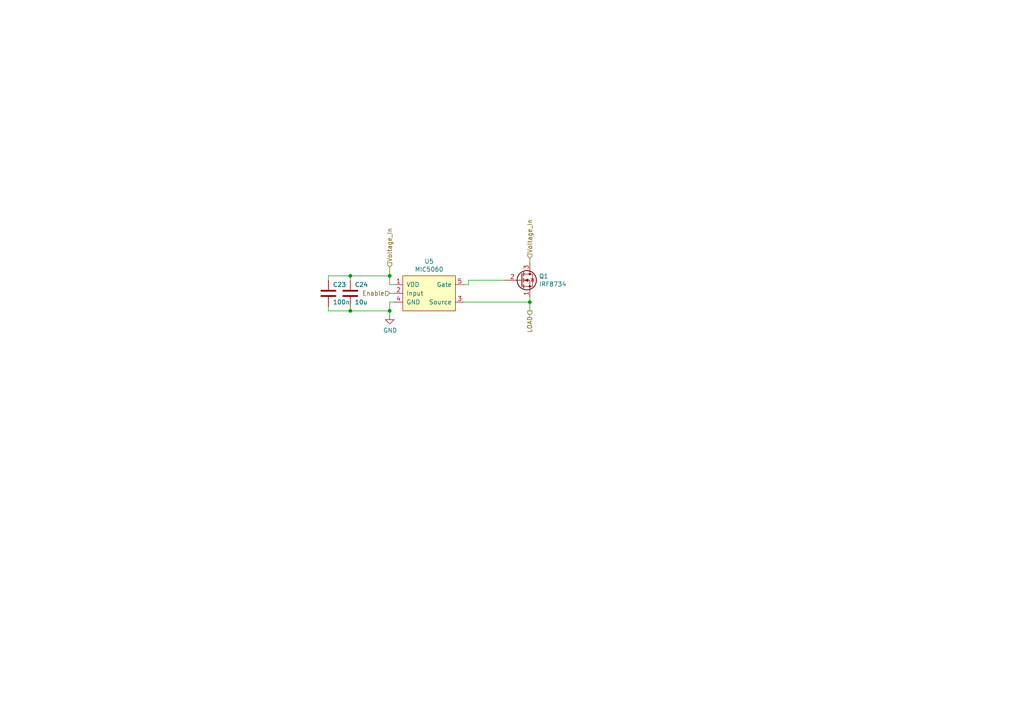
<source format=kicad_sch>
(kicad_sch (version 20211123) (generator eeschema)
  (paper "A4")
  (lib_symbols
    (symbol "Device:C" (pin_numbers hide) (pin_names (offset 0.254))
      (property "Reference" "C" (at 0.635 2.54 0))
      (property "Value" "C" (at 0.635 -2.54 0))
      (symbol "C_0_1"
        (polyline (pts (xy -2.032 -0.762) (xy 2.032 -0.762)) (stroke (width 0.508)))
        (polyline (pts (xy -2.032 0.762) (xy 2.032 0.762)) (stroke (width 0.508)))
      )
      (symbol "C_1_1"
        (pin passive line (at 0 3.81 270) (length 2.794) (name "~") (number "1"))
        (pin passive line (at 0 -3.81 90) (length 2.794) (name "~") (number "2"))
      )
    )
    (symbol "Device:Q_NMOS_SGD" (pin_names (offset 0) hide)
      (property "Reference" "Q" (at 5.08 1.27 0))
      (property "Value" "Q_NMOS_SGD" (at 5.08 -1.27 0))
      (symbol "Q_NMOS_SGD_0_1"
        (polyline (pts (xy 0.254 0) (xy -2.54 0)))
        (polyline (pts (xy 0.254 1.905) (xy 0.254 -1.905)) (stroke (width 0.254)))
        (polyline (pts (xy 0.762 -1.27) (xy 0.762 -2.286)) (stroke (width 0.254)))
        (polyline (pts (xy 0.762 0.508) (xy 0.762 -0.508)) (stroke (width 0.254)))
        (polyline (pts (xy 0.762 2.286) (xy 0.762 1.27)) (stroke (width 0.254)))
        (polyline (pts (xy 2.54 2.54) (xy 2.54 1.778)))
        (polyline (pts (xy 2.54 -2.54) (xy 2.54 0) (xy 0.762 0)))
        (polyline (pts (xy 0.762 -1.778) (xy 3.302 -1.778) (xy 3.302 1.778) (xy 0.762 1.778)))
        (polyline (pts (xy 1.016 0) (xy 2.032 0.381) (xy 2.032 -0.381) (xy 1.016 0)) (fill (type outline)))
        (polyline (pts (xy 2.794 0.508) (xy 2.921 0.381) (xy 3.683 0.381) (xy 3.81 0.254)))
        (polyline (pts (xy 3.302 0.381) (xy 2.921 -0.254) (xy 3.683 -0.254) (xy 3.302 0.381)))
        (circle (center 1.651 0) (radius 2.794) (stroke (width 0.254)))
        (circle (center 2.54 -1.778) (radius 0.254) (fill (type outline)))
        (circle (center 2.54 1.778) (radius 0.254) (fill (type outline)))
      )
      (symbol "Q_NMOS_SGD_1_1"
        (pin passive line (at 2.54 -5.08 90) (length 2.54) (name "S") (number "1"))
        (pin input line (at -5.08 0 0) (length 5.08) (name "G") (number "2"))
        (pin passive line (at 2.54 5.08 270) (length 2.54) (name "D") (number "3"))
      )
    )
    (symbol "extra_symbols:MIC5060" (pin_names (offset 1.016))
      (property "Reference" "U" (at 0 6.35 0))
      (property "Value" "MIC5060" (at 0 -6.35 0))
      (symbol "MIC5060_0_1"
        (rectangle (start -7.62 5.08) (end 7.62 -5.08) (fill (type background)))
      )
      (symbol "MIC5060_1_1"
        (pin power_in line (at -10.16 2.54 0) (length 2.54) (name "VDD") (number "1"))
        (pin input line (at -10.16 0 0) (length 2.54) (name "Input") (number "2"))
        (pin passive line (at 10.16 -2.54 180) (length 2.54) (name "Source") (number "3"))
        (pin passive line (at -10.16 -2.54 0) (length 2.54) (name "GND") (number "4"))
        (pin output line (at 10.16 2.54 180) (length 2.54) (name "Gate") (number "5"))
        (pin no_connect line (at 2.54 -7.62 90) (length 2.54) hide (name "NC") (number "6"))
        (pin no_connect line (at 0 -7.62 90) (length 2.54) hide (name "NC") (number "7"))
        (pin no_connect line (at -2.54 -7.62 90) (length 2.54) hide (name "NC") (number "8"))
      )
    )
    (symbol "power:GND" (power) (pin_names (offset 0))
      (property "Value" "GND" (at 0 -3.81 0))
      (symbol "GND_0_1"
        (polyline (pts (xy 0 0) (xy 0 -1.27) (xy 1.27 -1.27) (xy 0 -2.54) (xy -1.27 -1.27) (xy 0 -1.27)))
      )
      (symbol "GND_1_1"
        (pin power_in line (at 0 0 270) (length 0) hide (name "GND") (number "1"))
      )
    )
  )
  (junction (at 153.67 87.63))
  (junction (at 101.6 80.01))
  (junction (at 113.03 90.17))
  (junction (at 101.6 90.17))
  (junction (at 113.03 80.01))
  (wire (pts (xy 95.25 90.17) (xy 101.6 90.17)))
  (wire (pts (xy 113.03 87.63) (xy 114.3 87.63)))
  (wire (pts (xy 114.3 85.09) (xy 113.03 85.09)))
  (wire (pts (xy 113.03 91.44) (xy 113.03 90.17)))
  (wire (pts (xy 101.6 88.9) (xy 101.6 90.17)))
  (wire (pts (xy 95.25 88.9) (xy 95.25 90.17)))
  (wire (pts (xy 113.03 82.55) (xy 113.03 80.01)))
  (wire (pts (xy 113.03 77.47) (xy 113.03 80.01)))
  (wire (pts (xy 153.67 74.93) (xy 153.67 76.2)))
  (wire (pts (xy 95.25 80.01) (xy 101.6 80.01)))
  (wire (pts (xy 135.89 81.28) (xy 146.05 81.28)))
  (wire (pts (xy 153.67 87.63) (xy 153.67 90.17)))
  (wire (pts (xy 153.67 87.63) (xy 153.67 86.36)))
  (wire (pts (xy 101.6 90.17) (xy 113.03 90.17)))
  (wire (pts (xy 101.6 81.28) (xy 101.6 80.01)))
  (wire (pts (xy 101.6 80.01) (xy 113.03 80.01)))
  (wire (pts (xy 135.89 82.55) (xy 135.89 81.28)))
  (wire (pts (xy 134.62 82.55) (xy 135.89 82.55)))
  (wire (pts (xy 95.25 81.28) (xy 95.25 80.01)))
  (wire (pts (xy 113.03 90.17) (xy 113.03 87.63)))
  (wire (pts (xy 134.62 87.63) (xy 153.67 87.63)))
  (wire (pts (xy 114.3 82.55) (xy 113.03 82.55)))
  (hierarchical_label "Enable" (shape input) (at 113.03 85.09 180))
  (hierarchical_label "Voltage_In" (shape input) (at 113.03 77.47 90))
  (hierarchical_label "Voltage_In" (shape input) (at 153.67 74.93 90))
  (hierarchical_label "LOAD" (shape output) (at 153.67 90.17 270))
  (symbol (lib_id "extra_symbols:MIC5060") (at 124.46 85.09 0) (unit 1)
    (property "Reference" "U5" (at 124.46 75.819 0))
    (property "Value" "MIC5060" (at 124.46 78.1304 0))
    (property "Footprint" "Package_DFN_QFN:MLF-8-1EP_3x3mm_P0.65mm_EP1.55x2.3mm" (effects hide))
    (property "Datasheet" "http://ww1.microchip.com/downloads/en/DeviceDoc/mic5060.pdf" (effects hide))
  )
  (symbol (lib_id "Device:Q_NMOS_SGD") (at 151.13 81.28 0) (unit 1)
    (property "Reference" "Q1" (at 156.3116 80.1116 0) (effects (justify left)))
    (property "Value" "IRF8734" (at 156.3116 82.423 0) (effects (justify left)))
    (property "Footprint" "extraFootprints:SOIC-8-MOSFET" (effects hide))
    (property "Datasheet" "https://www.infineon.com/dgdl/irf8734pbf.pdf?fileId=5546d462533600a40153560d97fd1d7d" (effects hide))
  )
  (symbol (lib_id "power:GND") (at 113.03 91.44 0) (unit 1)
    (property "Reference" "#PWR037" (effects hide))
    (property "Value" "GND" (at 113.157 95.8342 0))
  )
  (symbol (lib_id "Device:C") (at 101.6 85.09 0) (unit 1)
    (property "Reference" "C24" (at 102.87 82.55 0) (effects (justify left)))
    (property "Value" "10u" (at 102.87 87.63 0) (effects (justify left)))
    (property "Footprint" "Capacitor_SMD:C_0805_2012Metric_Pad1.15x1.40mm_HandSolder" (effects hide))
  )
  (symbol (lib_id "Device:C") (at 95.25 85.09 0) (unit 1)
    (property "Reference" "C23" (at 96.52 82.55 0) (effects (justify left)))
    (property "Value" "100n" (at 96.52 87.63 0) (effects (justify left)))
    (property "Footprint" "Capacitor_SMD:C_0603_1608Metric_Pad1.05x0.95mm_HandSolder" (effects hide))
  )
)
</source>
